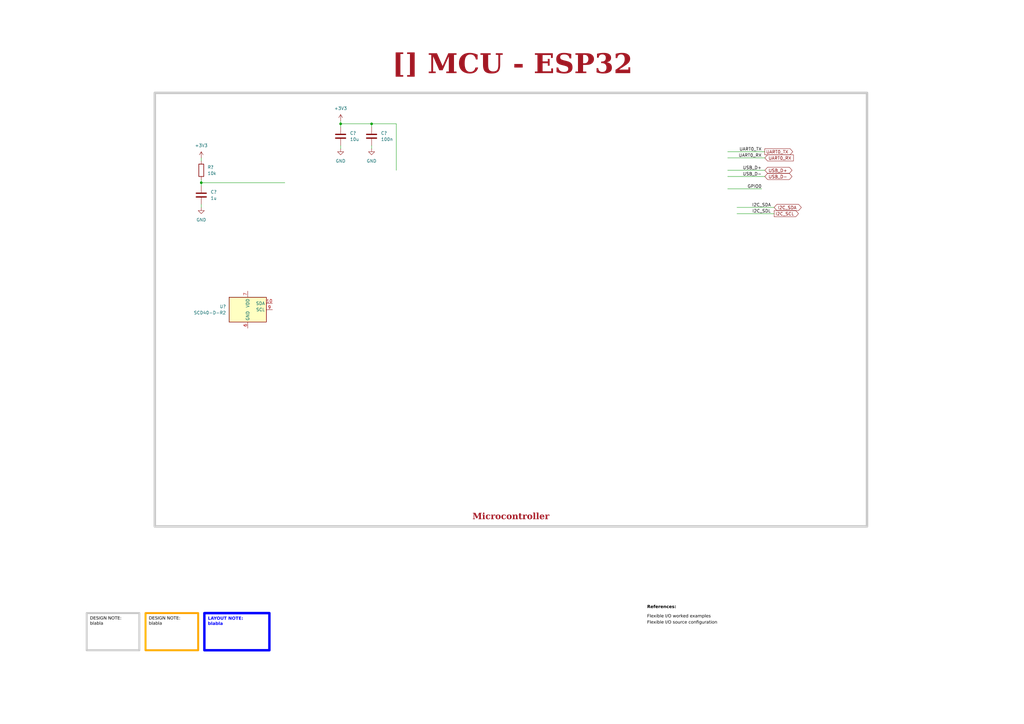
<source format=kicad_sch>
(kicad_sch (version 20231120) (generator "eeschema") (generator_version "8.0")
  (paper "A3")
  (title_block (title "MCU - ESP32") (date "Last Modified Date") (rev "${REVISION}") (company "${COMPANY}"))
  (lib_symbols
    (symbol "+3V3_1" (power) (pin_numbers hide) (pin_names (offset 0) hide)
      (property "Value" "+3V3" (at 0 3.556 0))
      (symbol "+3V3_1_0_1"
        (polyline (pts (xy -0.762 1.27) (xy 0 2.54)))
        (polyline (pts (xy 0 0) (xy 0 2.54)))
        (polyline (pts (xy 0 2.54) (xy 0.762 1.27)))
      )
      (symbol "+3V3_1_1_1"
        (pin power_in line (at 0 0 90) (length 0) (name "~") (number "1"))
      )
    )
    (symbol "Device:C" (pin_numbers hide) (pin_names (offset 0.254))
      (property "Reference" "C" (at 0.635 2.54 0))
      (property "Value" "C" (at 0.635 -2.54 0))
      (symbol "C_0_1"
        (polyline (pts (xy -2.032 -0.762) (xy 2.032 -0.762)) (stroke (width 0.508)))
        (polyline (pts (xy -2.032 0.762) (xy 2.032 0.762)) (stroke (width 0.508)))
      )
      (symbol "C_1_1"
        (pin passive line (at 0 3.81 270) (length 2.794) (name "~") (number "1"))
        (pin passive line (at 0 -3.81 90) (length 2.794) (name "~") (number "2"))
      )
    )
    (symbol "Device:R" (pin_numbers hide) (pin_names (offset 0))
      (property "Reference" "R" (at 2.032 0 90))
      (property "Value" "R" (at 0 0 90))
      (symbol "R_0_1"
        (rectangle (start -1.016 -2.54) (end 1.016 2.54) (stroke (width 0.254)))
      )
      (symbol "R_1_1"
        (pin passive line (at 0 3.81 270) (length 1.27) (name "~") (number "1"))
        (pin passive line (at 0 -3.81 90) (length 1.27) (name "~") (number "2"))
      )
    )
    (symbol "Sensor_Gas:SCD40-D-R2"
      (property "Reference" "U" (at -7.62 6.35 0))
      (property "Value" "SCD40-D-R2" (at 6.985 6.35 0))
      (symbol "SCD40-D-R2_0_1"
        (rectangle (start 7.62 5.08) (end -7.62 -5.08) (stroke (width 0.254)) (fill (type background)))
      )
      (symbol "SCD40-D-R2_1_1"
        (pin bidirectional line (at 10.16 2.54 180) (length 2.54) (name "SDA") (number "10"))
        (pin passive line (at 0 7.62 270) (length 2.54) hide (name "VDD") (number "19"))
        (pin passive line (at 0 -7.62 90) (length 2.54) hide (name "GND") (number "20"))
        (pin passive line (at 0 -7.62 90) (length 2.54) hide (name "GND") (number "21"))
        (pin power_in line (at 0 -7.62 90) (length 2.54) (name "GND") (number "6"))
        (pin power_in line (at 0 7.62 270) (length 2.54) (name "VDD") (number "7"))
        (pin input line (at 10.16 0 180) (length 2.54) (name "SCL") (number "9"))
      )
    )
    (symbol "power:GND" (power) (pin_names (offset 0))
      (property "Value" "GND" (at 0 -3.81 0))
      (symbol "GND_0_1"
        (polyline (pts (xy 0 0) (xy 0 -1.27) (xy 1.27 -1.27) (xy 0 -2.54) (xy -1.27 -1.27) (xy 0 -1.27)))
      )
      (symbol "GND_1_1"
        (pin power_in line (at 0 0 270) (length 0) hide (name "GND") (number "1"))
      )
    )
  )
  (junction (at 139.7 50.8))
  (junction (at 82.55 74.93))
  (junction (at 152.4 50.8))
  (wire (pts (xy 302.26 87.63) (xy 317.5 87.63)))
  (wire (pts (xy 82.55 64.77) (xy 82.55 66.04)))
  (wire (pts (xy 298.45 62.23) (xy 313.69 62.23)))
  (wire (pts (xy 82.55 74.93) (xy 82.55 76.2)))
  (wire (pts (xy 298.45 72.39) (xy 313.69 72.39)))
  (wire (pts (xy 152.4 60.96) (xy 152.4 59.69)))
  (wire (pts (xy 298.45 69.85) (xy 313.69 69.85)))
  (wire (pts (xy 139.7 49.53) (xy 139.7 50.8)))
  (wire (pts (xy 82.55 73.66) (xy 82.55 74.93)))
  (wire (pts (xy 152.4 50.8) (xy 139.7 50.8)))
  (wire (pts (xy 82.55 85.09) (xy 82.55 83.82)))
  (wire (pts (xy 162.56 50.8) (xy 152.4 50.8)))
  (wire (pts (xy 139.7 50.8) (xy 139.7 52.07)))
  (wire (pts (xy 298.45 64.77) (xy 313.69 64.77)))
  (wire (pts (xy 298.45 77.47) (xy 312.42 77.47)))
  (wire (pts (xy 162.56 69.85) (xy 162.56 50.8)))
  (wire (pts (xy 82.55 74.93) (xy 116.84 74.93)))
  (wire (pts (xy 152.4 52.07) (xy 152.4 50.8)))
  (wire (pts (xy 302.26 85.09) (xy 317.5 85.09)))
  (wire (pts (xy 139.7 60.96) (xy 139.7 59.69)))
  (rectangle (start 63.5 38.1) (end 355.6 215.9) (stroke (width 1) (color 200 200 200 1)))
  (text_box "[${#}] ${TITLE}" (at 110.49 20.32 0) (size 199.39 12.7) (stroke (width -0.0001)) (effects (font (size 8 8) (thickness 1.2) (bold yes))))
  (text_box "DESIGN NOTE:\nblabla" (at 59.69 251.46 0) (size 21.59 15.24) (stroke (width 0.8) (color 255 165 0 1)) (effects (font (size 1.27 1.27)) (justify left top)))
  (text_box "LAYOUT NOTE:\nblabla" (at 83.82 251.46 0) (size 26.67 15.24) (stroke (width 1) (color 0 0 255 1)) (effects (font (size 1.27 1.27) (thickness 0.4) (bold yes)) (justify left top)))
  (text_box "Microcontroller" (at 63.5 205.74 0) (size 292.1 9.525) (stroke (width -0.0001)) (effects (font (size 2.54 2.54) (thickness 0.508) (bold yes)) (justify bottom)))
  (text_box "DESIGN NOTE:\nblabla" (at 35.56 251.46 0) (size 21.59 15.24) (stroke (width 0.8) (color 200 200 200 1)) (effects (font (size 1.27 1.27)) (justify left top)))
  (text "Flexible I/O worked examples" (at 265.43 254 0) (effects (font (size 1.27 1.27)) (justify left bottom)))
  (text "References:" (at 265.43 250.19 0) (effects (font (size 1.27 1.27) (thickness 0.254) (bold yes)) (justify left bottom)))
  (text "Flexible I/O source configuration" (at 265.43 256.54 0) (effects (font (size 1.27 1.27)) (justify left bottom)))
  (label "UART0_RX" (at 312.42 64.77 180))
  (label "GPIO0" (at 312.42 77.47 180))
  (label "I2C_SDL" (at 316.23 87.63 180))
  (label "USB_D+" (at 312.42 69.85 180))
  (label "I2C_SDA" (at 316.23 85.09 180))
  (label "USB_D-" (at 312.42 72.39 180))
  (label "UART0_TX" (at 312.42 62.23 180))
  (global_label "I2C_SCL" (shape output) (at 317.5 87.63 0) (property "Intersheetrefs" "${INTERSHEET_REFS}" (effects (hide yes))))
  (global_label "UART0_TX" (shape output) (at 313.69 62.23 0) (property "Intersheetrefs" "${INTERSHEET_REFS}" (effects (hide yes))))
  (global_label "USB_D+" (shape bidirectional) (at 313.69 69.85 0) (property "Intersheetrefs" "${INTERSHEET_REFS}" (effects (hide yes))))
  (global_label "USB_D-" (shape bidirectional) (at 313.69 72.39 0) (property "Intersheetrefs" "${INTERSHEET_REFS}" (effects (hide yes))))
  (global_label "UART0_RX" (shape input) (at 313.69 64.77 0) (property "Intersheetrefs" "${INTERSHEET_REFS}" (effects (hide yes))))
  (global_label "I2C_SDA" (shape bidirectional) (at 317.5 85.09 0) (property "Intersheetrefs" "${INTERSHEET_REFS}" (effects (hide yes))))
  (symbol (lib_id "Device:C") (at 139.7 55.88 0) (unit 1)
    (property "Reference" "C?" (at 143.51 54.61 0) (effects (justify left)))
    (property "Value" "10u" (at 143.51 57.15 0) (effects (justify left)))
    (property "Footprint" "Capacitor_SMD:C_0805_2012Metric" (effects (hide yes)))
  )
  (symbol (lib_id "Device:C") (at 82.55 80.01 0) (unit 1)
    (property "Reference" "C?" (at 86.36 78.74 0) (effects (justify left)))
    (property "Value" "1u" (at 86.36 81.28 0) (effects (justify left)))
    (property "Footprint" "Capacitor_SMD:C_0805_2012Metric" (effects (hide yes)))
  )
  (symbol (lib_id "Device:C") (at 152.4 55.88 0) (unit 1)
    (property "Reference" "C?" (at 156.21 54.61 0) (effects (justify left)))
    (property "Value" "100n" (at 156.21 57.15 0) (effects (justify left)))
    (property "Footprint" "Capacitor_SMD:C_0603_1608Metric" (effects (hide yes)))
  )
  (symbol (lib_id "power:GND") (at 139.7 60.96 0) (unit 1)
    (property "Reference" "#PWR032" (effects (hide yes)))
    (property "Value" "GND" (at 139.7 66.04 0))
  )
  (symbol (lib_id "power:GND") (at 152.4 60.96 0) (unit 1)
    (property "Reference" "#PWR033" (effects (hide yes)))
    (property "Value" "GND" (at 152.4 66.04 0))
  )
  (symbol (lib_id "Sensor_Gas:SCD40-D-R2") (at 101.6 127 0) (unit 1)
    (property "Reference" "U?" (at 92.71 125.7299 0) (effects (justify right)))
    (property "Value" "SCD40-D-R2" (at 92.71 128.2699 0) (effects (justify right)))
    (property "Footprint" "Sensor:Sensirion_SCD4x-1EP_10.1x10.1mm_P1.25mm_EP4.8x4.8mm" (effects (hide yes)))
    (property "Datasheet" "https://sensirion.com/media/documents/E0F04247/631EF271/CD_DS_SCD40_SCD41_Datasheet_D1.pdf" (effects (hide yes)))
    (property "Description" "Photoacoustic CO2 sensor, 40 000 ppm, I2C, 2.4-5.5 V, Base accuracy  400 - 2000 ppm" (effects (hide yes)))
  )
  (symbol (lib_name "+3V3_1") (lib_id "power:+3V3") (at 82.55 64.77 0) (unit 1)
    (property "Reference" "#PWR029" (effects (hide yes)))
    (property "Value" "+3V3" (at 82.55 59.69 0))
    (property "Description" "Power symbol creates a global label with name \"+3V3\"" (effects (hide yes)))
  )
  (symbol (lib_id "power:GND") (at 82.55 85.09 0) (unit 1)
    (property "Reference" "#PWR030" (effects (hide yes)))
    (property "Value" "GND" (at 82.55 90.17 0))
  )
  (symbol (lib_name "+3V3_1") (lib_id "power:+3V3") (at 139.7 49.53 0) (unit 1)
    (property "Reference" "#PWR031" (effects (hide yes)))
    (property "Value" "+3V3" (at 139.7 44.45 0))
    (property "Description" "Power symbol creates a global label with name \"+3V3\"" (effects (hide yes)))
  )
  (symbol (lib_id "Device:R") (at 82.55 69.85 0) (unit 1)
    (property "Reference" "R?" (at 85.09 68.58 0) (effects (justify left)))
    (property "Value" "10k" (at 85.09 71.12 0) (effects (justify left)))
    (property "Footprint" "Resistor_SMD:R_0603_1608Metric" (effects (hide yes)))
  )
)
</source>
